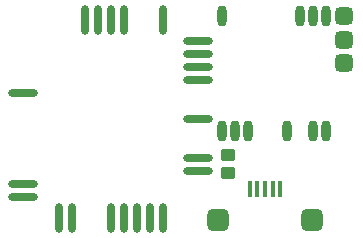
<source format=gtp>
%FSLAX44Y44*%
%MOMM*%
G71*
G01*
G75*
G04 Layer_Color=8421504*
%ADD10O,2.5000X0.7000*%
%ADD11O,0.7000X2.5000*%
%ADD12R,0.4000X1.4000*%
G04:AMPARAMS|DCode=13|XSize=1.8mm|YSize=1.9mm|CornerRadius=0.45mm|HoleSize=0mm|Usage=FLASHONLY|Rotation=0.000|XOffset=0mm|YOffset=0mm|HoleType=Round|Shape=RoundedRectangle|*
%AMROUNDEDRECTD13*
21,1,1.8000,1.0000,0,0,0.0*
21,1,0.9000,1.9000,0,0,0.0*
1,1,0.9000,0.4500,-0.5000*
1,1,0.9000,-0.4500,-0.5000*
1,1,0.9000,-0.4500,0.5000*
1,1,0.9000,0.4500,0.5000*
%
%ADD13ROUNDEDRECTD13*%
G04:AMPARAMS|DCode=14|XSize=1.5mm|YSize=1.5mm|CornerRadius=0.375mm|HoleSize=0mm|Usage=FLASHONLY|Rotation=180.000|XOffset=0mm|YOffset=0mm|HoleType=Round|Shape=RoundedRectangle|*
%AMROUNDEDRECTD14*
21,1,1.5000,0.7500,0,0,180.0*
21,1,0.7500,1.5000,0,0,180.0*
1,1,0.7500,-0.3750,0.3750*
1,1,0.7500,0.3750,0.3750*
1,1,0.7500,0.3750,-0.3750*
1,1,0.7500,-0.3750,-0.3750*
%
%ADD14ROUNDEDRECTD14*%
%ADD15O,0.8000X1.8000*%
G04:AMPARAMS|DCode=16|XSize=1mm|YSize=1.2mm|CornerRadius=0.165mm|HoleSize=0mm|Usage=FLASHONLY|Rotation=90.000|XOffset=0mm|YOffset=0mm|HoleType=Round|Shape=RoundedRectangle|*
%AMROUNDEDRECTD16*
21,1,1.0000,0.8700,0,0,90.0*
21,1,0.6700,1.2000,0,0,90.0*
1,1,0.3300,0.4350,0.3350*
1,1,0.3300,0.4350,-0.3350*
1,1,0.3300,-0.4350,-0.3350*
1,1,0.3300,-0.4350,0.3350*
%
%ADD16ROUNDEDRECTD16*%
%ADD17C,0.2000*%
%ADD18C,0.2500*%
%ADD19C,0.4000*%
%ADD20C,0.3500*%
%ADD21C,0.6000*%
%ADD22C,1.5000*%
%ADD23C,1.1000*%
%ADD24C,0.7000*%
%ADD25C,0.7000*%
%ADD26C,2.0000*%
%ADD27R,1.3000X1.3000*%
%ADD28C,1.3000*%
%ADD29C,1.8500*%
%ADD30C,0.6000*%
G04:AMPARAMS|DCode=31|XSize=1mm|YSize=0.9mm|CornerRadius=0.198mm|HoleSize=0mm|Usage=FLASHONLY|Rotation=90.000|XOffset=0mm|YOffset=0mm|HoleType=Round|Shape=RoundedRectangle|*
%AMROUNDEDRECTD31*
21,1,1.0000,0.5040,0,0,90.0*
21,1,0.6040,0.9000,0,0,90.0*
1,1,0.3960,0.2520,0.3020*
1,1,0.3960,0.2520,-0.3020*
1,1,0.3960,-0.2520,-0.3020*
1,1,0.3960,-0.2520,0.3020*
%
%ADD31ROUNDEDRECTD31*%
G04:AMPARAMS|DCode=32|XSize=1mm|YSize=0.9mm|CornerRadius=0.198mm|HoleSize=0mm|Usage=FLASHONLY|Rotation=0.000|XOffset=0mm|YOffset=0mm|HoleType=Round|Shape=RoundedRectangle|*
%AMROUNDEDRECTD32*
21,1,1.0000,0.5040,0,0,0.0*
21,1,0.6040,0.9000,0,0,0.0*
1,1,0.3960,0.3020,-0.2520*
1,1,0.3960,-0.3020,-0.2520*
1,1,0.3960,-0.3020,0.2520*
1,1,0.3960,0.3020,0.2520*
%
%ADD32ROUNDEDRECTD32*%
G04:AMPARAMS|DCode=33|XSize=1mm|YSize=0.95mm|CornerRadius=0.1995mm|HoleSize=0mm|Usage=FLASHONLY|Rotation=270.000|XOffset=0mm|YOffset=0mm|HoleType=Round|Shape=RoundedRectangle|*
%AMROUNDEDRECTD33*
21,1,1.0000,0.5510,0,0,270.0*
21,1,0.6010,0.9500,0,0,270.0*
1,1,0.3990,-0.2755,-0.3005*
1,1,0.3990,-0.2755,0.3005*
1,1,0.3990,0.2755,0.3005*
1,1,0.3990,0.2755,-0.3005*
%
%ADD33ROUNDEDRECTD33*%
G04:AMPARAMS|DCode=34|XSize=1mm|YSize=0.95mm|CornerRadius=0.1995mm|HoleSize=0mm|Usage=FLASHONLY|Rotation=0.000|XOffset=0mm|YOffset=0mm|HoleType=Round|Shape=RoundedRectangle|*
%AMROUNDEDRECTD34*
21,1,1.0000,0.5510,0,0,0.0*
21,1,0.6010,0.9500,0,0,0.0*
1,1,0.3990,0.3005,-0.2755*
1,1,0.3990,-0.3005,-0.2755*
1,1,0.3990,-0.3005,0.2755*
1,1,0.3990,0.3005,0.2755*
%
%ADD34ROUNDEDRECTD34*%
%ADD35R,4.0000X4.0000*%
%ADD36O,0.4000X1.1000*%
%ADD37O,1.1000X0.4000*%
G04:AMPARAMS|DCode=38|XSize=0.375mm|YSize=1.5mm|CornerRadius=0.0825mm|HoleSize=0mm|Usage=FLASHONLY|Rotation=180.000|XOffset=0mm|YOffset=0mm|HoleType=Round|Shape=RoundedRectangle|*
%AMROUNDEDRECTD38*
21,1,0.3750,1.3350,0,0,180.0*
21,1,0.2100,1.5000,0,0,180.0*
1,1,0.1650,-0.1050,0.6675*
1,1,0.1650,0.1050,0.6675*
1,1,0.1650,0.1050,-0.6675*
1,1,0.1650,-0.1050,-0.6675*
%
%ADD38ROUNDEDRECTD38*%
G04:AMPARAMS|DCode=39|XSize=0.375mm|YSize=1.25mm|CornerRadius=0.0825mm|HoleSize=0mm|Usage=FLASHONLY|Rotation=180.000|XOffset=0mm|YOffset=0mm|HoleType=Round|Shape=RoundedRectangle|*
%AMROUNDEDRECTD39*
21,1,0.3750,1.0850,0,0,180.0*
21,1,0.2100,1.2500,0,0,180.0*
1,1,0.1650,-0.1050,0.5425*
1,1,0.1650,0.1050,0.5425*
1,1,0.1650,0.1050,-0.5425*
1,1,0.1650,-0.1050,-0.5425*
%
%ADD39ROUNDEDRECTD39*%
G04:AMPARAMS|DCode=40|XSize=0.375mm|YSize=1.6mm|CornerRadius=0.0825mm|HoleSize=0mm|Usage=FLASHONLY|Rotation=180.000|XOffset=0mm|YOffset=0mm|HoleType=Round|Shape=RoundedRectangle|*
%AMROUNDEDRECTD40*
21,1,0.3750,1.4350,0,0,180.0*
21,1,0.2100,1.6000,0,0,180.0*
1,1,0.1650,-0.1050,0.7175*
1,1,0.1650,0.1050,0.7175*
1,1,0.1650,0.1050,-0.7175*
1,1,0.1650,-0.1050,-0.7175*
%
%ADD40ROUNDEDRECTD40*%
G04:AMPARAMS|DCode=41|XSize=1.1mm|YSize=0.9mm|CornerRadius=0.3015mm|HoleSize=0mm|Usage=FLASHONLY|Rotation=90.000|XOffset=0mm|YOffset=0mm|HoleType=Round|Shape=RoundedRectangle|*
%AMROUNDEDRECTD41*
21,1,1.1000,0.2970,0,0,90.0*
21,1,0.4970,0.9000,0,0,90.0*
1,1,0.6030,0.1485,0.2485*
1,1,0.6030,0.1485,-0.2485*
1,1,0.6030,-0.1485,-0.2485*
1,1,0.6030,-0.1485,0.2485*
%
%ADD41ROUNDEDRECTD41*%
G04:AMPARAMS|DCode=42|XSize=1mm|YSize=0.4mm|CornerRadius=0.1mm|HoleSize=0mm|Usage=FLASHONLY|Rotation=90.000|XOffset=0mm|YOffset=0mm|HoleType=Round|Shape=RoundedRectangle|*
%AMROUNDEDRECTD42*
21,1,1.0000,0.2000,0,0,90.0*
21,1,0.8000,0.4000,0,0,90.0*
1,1,0.2000,0.1000,0.4000*
1,1,0.2000,0.1000,-0.4000*
1,1,0.2000,-0.1000,-0.4000*
1,1,0.2000,-0.1000,0.4000*
%
%ADD42ROUNDEDRECTD42*%
G04:AMPARAMS|DCode=43|XSize=0.75mm|YSize=1.1mm|CornerRadius=0.165mm|HoleSize=0mm|Usage=FLASHONLY|Rotation=180.000|XOffset=0mm|YOffset=0mm|HoleType=Round|Shape=RoundedRectangle|*
%AMROUNDEDRECTD43*
21,1,0.7500,0.7700,0,0,180.0*
21,1,0.4200,1.1000,0,0,180.0*
1,1,0.3300,-0.2100,0.3850*
1,1,0.3300,0.2100,0.3850*
1,1,0.3300,0.2100,-0.3850*
1,1,0.3300,-0.2100,-0.3850*
%
%ADD43ROUNDEDRECTD43*%
G04:AMPARAMS|DCode=44|XSize=1mm|YSize=1.1mm|CornerRadius=0.165mm|HoleSize=0mm|Usage=FLASHONLY|Rotation=180.000|XOffset=0mm|YOffset=0mm|HoleType=Round|Shape=RoundedRectangle|*
%AMROUNDEDRECTD44*
21,1,1.0000,0.7700,0,0,180.0*
21,1,0.6700,1.1000,0,0,180.0*
1,1,0.3300,-0.3350,0.3850*
1,1,0.3300,0.3350,0.3850*
1,1,0.3300,0.3350,-0.3850*
1,1,0.3300,-0.3350,-0.3850*
%
%ADD44ROUNDEDRECTD44*%
G04:AMPARAMS|DCode=45|XSize=1.1mm|YSize=0.75mm|CornerRadius=0.2512mm|HoleSize=0mm|Usage=FLASHONLY|Rotation=90.000|XOffset=0mm|YOffset=0mm|HoleType=Round|Shape=RoundedRectangle|*
%AMROUNDEDRECTD45*
21,1,1.1000,0.2475,0,0,90.0*
21,1,0.5975,0.7500,0,0,90.0*
1,1,0.5025,0.1238,0.2988*
1,1,0.5025,0.1238,-0.2988*
1,1,0.5025,-0.1238,-0.2988*
1,1,0.5025,-0.1238,0.2988*
%
%ADD45ROUNDEDRECTD45*%
G04:AMPARAMS|DCode=46|XSize=1.1mm|YSize=0.6mm|CornerRadius=0.201mm|HoleSize=0mm|Usage=FLASHONLY|Rotation=270.000|XOffset=0mm|YOffset=0mm|HoleType=Round|Shape=RoundedRectangle|*
%AMROUNDEDRECTD46*
21,1,1.1000,0.1980,0,0,270.0*
21,1,0.6980,0.6000,0,0,270.0*
1,1,0.4020,-0.0990,-0.3490*
1,1,0.4020,-0.0990,0.3490*
1,1,0.4020,0.0990,0.3490*
1,1,0.4020,0.0990,-0.3490*
%
%ADD46ROUNDEDRECTD46*%
G04:AMPARAMS|DCode=47|XSize=1.5mm|YSize=3mm|CornerRadius=0.375mm|HoleSize=0mm|Usage=FLASHONLY|Rotation=270.000|XOffset=0mm|YOffset=0mm|HoleType=Round|Shape=RoundedRectangle|*
%AMROUNDEDRECTD47*
21,1,1.5000,2.2500,0,0,270.0*
21,1,0.7500,3.0000,0,0,270.0*
1,1,0.7500,-1.1250,-0.3750*
1,1,0.7500,-1.1250,0.3750*
1,1,0.7500,1.1250,0.3750*
1,1,0.7500,1.1250,-0.3750*
%
%ADD47ROUNDEDRECTD47*%
%ADD48C,0.2540*%
%ADD49C,0.1000*%
D10*
X164750Y166000D02*
D03*
Y155000D02*
D03*
Y144000D02*
D03*
Y133000D02*
D03*
Y100000D02*
D03*
Y67000D02*
D03*
Y56000D02*
D03*
X16750Y34000D02*
D03*
Y45000D02*
D03*
Y122000D02*
D03*
D11*
X134750Y183500D02*
D03*
X101750D02*
D03*
X90750Y183500D02*
D03*
X68750Y183500D02*
D03*
X46750Y16500D02*
D03*
X57750D02*
D03*
X90750D02*
D03*
X101750D02*
D03*
X112750D02*
D03*
X123750D02*
D03*
X134750D02*
D03*
X79750Y183500D02*
D03*
D12*
X221250Y41000D02*
D03*
X214750D02*
D03*
X227750D02*
D03*
X208250D02*
D03*
X234250D02*
D03*
D13*
X181250Y14500D02*
D03*
X261250D02*
D03*
D14*
X288500Y167000D02*
D03*
Y187000D02*
D03*
Y147000D02*
D03*
D15*
X184750Y90000D02*
D03*
X195750D02*
D03*
X206750D02*
D03*
X239750D02*
D03*
X261750D02*
D03*
X272750D02*
D03*
Y187000D02*
D03*
X261750D02*
D03*
X250750D02*
D03*
X184750D02*
D03*
D16*
X189750Y54500D02*
D03*
Y69500D02*
D03*
M02*

</source>
